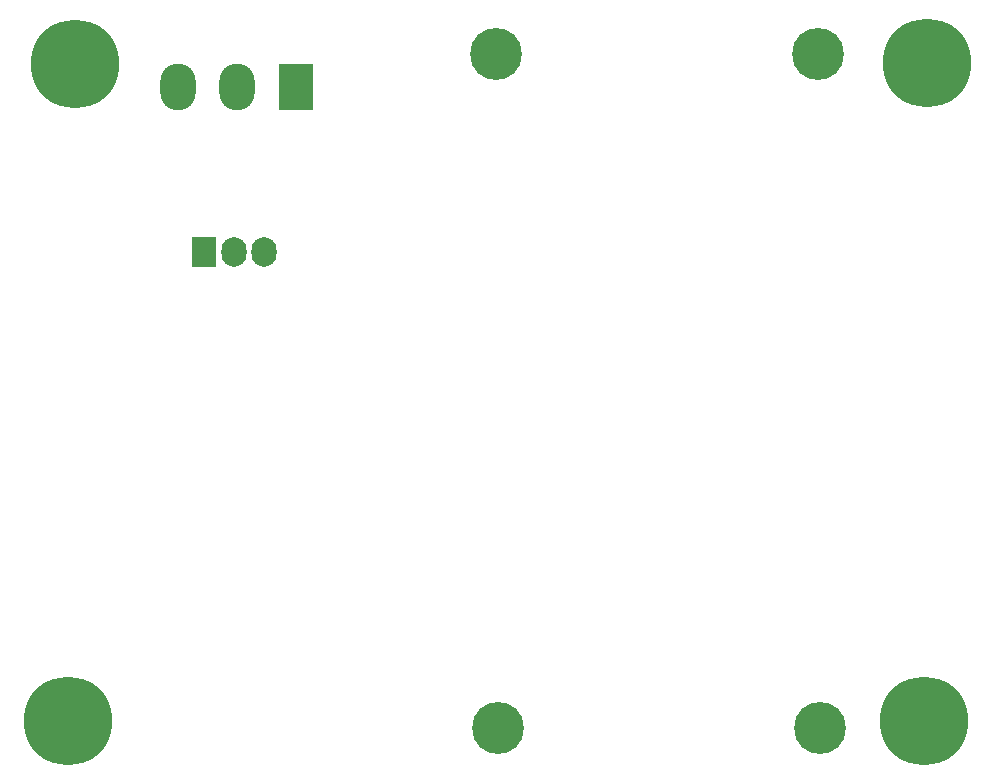
<source format=gbr>
%TF.GenerationSoftware,KiCad,Pcbnew,6.0.11+dfsg-1*%
%TF.CreationDate,2023-05-11T08:25:38-05:00*%
%TF.ProjectId,lights_control_v3,6c696768-7473-45f6-936f-6e74726f6c5f,rev?*%
%TF.SameCoordinates,Original*%
%TF.FileFunction,Copper,L2,Bot*%
%TF.FilePolarity,Positive*%
%FSLAX46Y46*%
G04 Gerber Fmt 4.6, Leading zero omitted, Abs format (unit mm)*
G04 Created by KiCad (PCBNEW 6.0.11+dfsg-1) date 2023-05-11 08:25:38*
%MOMM*%
%LPD*%
G01*
G04 APERTURE LIST*
%TA.AperFunction,ComponentPad*%
%ADD10C,4.400000*%
%TD*%
%TA.AperFunction,ComponentPad*%
%ADD11O,2.125000X2.500000*%
%TD*%
%TA.AperFunction,ComponentPad*%
%ADD12R,2.125000X2.500000*%
%TD*%
%TA.AperFunction,ComponentPad*%
%ADD13R,3.000000X3.960000*%
%TD*%
%TA.AperFunction,ComponentPad*%
%ADD14O,3.000000X3.960000*%
%TD*%
%TA.AperFunction,ComponentPad*%
%ADD15C,7.500000*%
%TD*%
G04 APERTURE END LIST*
D10*
%TO.P,H4,1*%
%TO.N,N/C*%
X133300000Y-106700000D03*
%TD*%
%TO.P,H5,1*%
%TO.N,N/C*%
X160580000Y-106700000D03*
%TD*%
%TO.P,H7,1*%
%TO.N,N/C*%
X160380000Y-49600000D03*
%TD*%
%TO.P,H6,1*%
%TO.N,N/C*%
X133100000Y-49600000D03*
%TD*%
D11*
%TO.P,J2,3,Pin_3*%
%TO.N,GND5V*%
X113460000Y-66390000D03*
%TO.P,J2,2,Pin_2*%
%TO.N,5V+*%
X110920000Y-66390000D03*
D12*
%TO.P,J2,1,Pin_1*%
%TO.N,3.3V SIG*%
X108380000Y-66390000D03*
%TD*%
D13*
%TO.P,J1,1,Pin_1*%
%TO.N,GND5V*%
X116200000Y-52400000D03*
D14*
%TO.P,J1,2,Pin_2*%
%TO.N,5V+*%
X111200000Y-52400000D03*
%TO.P,J1,3,Pin_3*%
%TO.N,3.3V SIG*%
X106200000Y-52400000D03*
%TD*%
D15*
%TO.P,H4,1*%
%TO.N,N/C*%
X96900000Y-106100000D03*
%TD*%
%TO.P,H3,1*%
%TO.N,N/C*%
X97500000Y-50500000D03*
%TD*%
%TO.P,H2,1*%
%TO.N,N/C*%
X169600000Y-50400000D03*
%TD*%
%TO.P,H1,1*%
%TO.N,N/C*%
X169400000Y-106100000D03*
%TD*%
M02*

</source>
